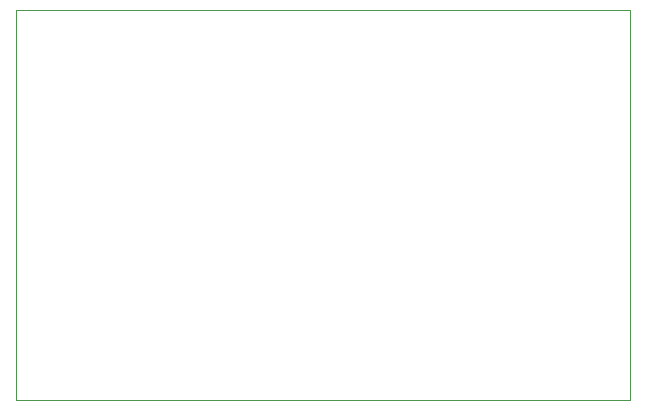
<source format=gbr>
%TF.GenerationSoftware,KiCad,Pcbnew,9.0.0*%
%TF.CreationDate,2025-05-03T14:05:23-04:00*%
%TF.ProjectId,Drone_ESC_Bridge,44726f6e-655f-4455-9343-5f4272696467,v1.1*%
%TF.SameCoordinates,Original*%
%TF.FileFunction,Profile,NP*%
%FSLAX46Y46*%
G04 Gerber Fmt 4.6, Leading zero omitted, Abs format (unit mm)*
G04 Created by KiCad (PCBNEW 9.0.0) date 2025-05-03 14:05:23*
%MOMM*%
%LPD*%
G01*
G04 APERTURE LIST*
%TA.AperFunction,Profile*%
%ADD10C,0.050000*%
%TD*%
G04 APERTURE END LIST*
D10*
X112230000Y-103218000D02*
X164230000Y-103218000D01*
X164230000Y-136218000D01*
X112230000Y-136218000D01*
X112230000Y-103218000D01*
M02*

</source>
